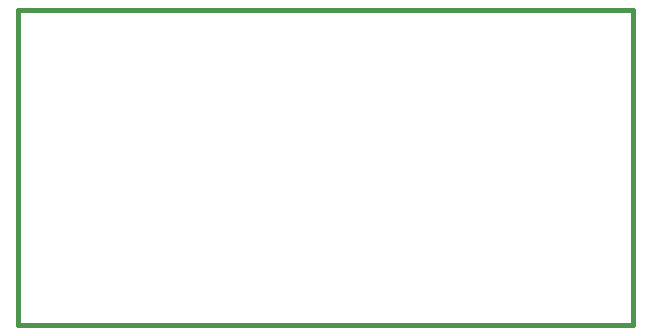
<source format=gko>
G04 (created by PCBNEW-RS274X (2011-05-25)-stable) date Mon 08 Dec 2014 09:37:15 GMT*
G01*
G70*
G90*
%MOIN*%
G04 Gerber Fmt 3.4, Leading zero omitted, Abs format*
%FSLAX34Y34*%
G04 APERTURE LIST*
%ADD10C,0.006000*%
%ADD11C,0.015000*%
G04 APERTURE END LIST*
G54D10*
G54D11*
X46250Y-40750D02*
X46250Y-30250D01*
X66750Y-40750D02*
X46250Y-40750D01*
X66750Y-30250D02*
X66750Y-40750D01*
X46250Y-30250D02*
X66750Y-30250D01*
M02*

</source>
